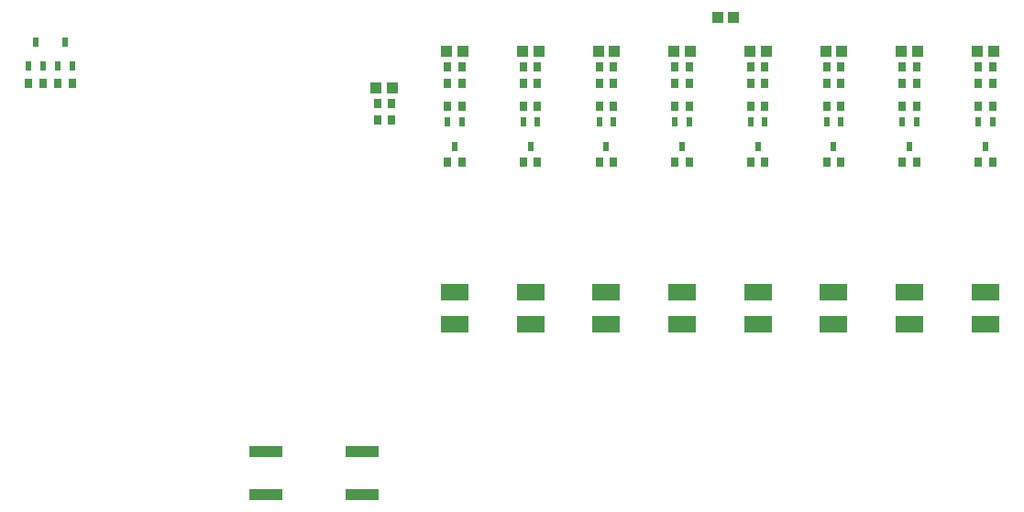
<source format=gtp>
G04*
G04 #@! TF.GenerationSoftware,Altium Limited,Altium Designer,22.7.1 (60)*
G04*
G04 Layer_Color=8421504*
%FSLAX25Y25*%
%MOIN*%
G70*
G04*
G04 #@! TF.SameCoordinates,B4DE3396-8346-461D-A6ED-AD7C64C63353*
G04*
G04*
G04 #@! TF.FilePolarity,Positive*
G04*
G01*
G75*
%ADD15R,0.03150X0.03740*%
%ADD16R,0.10236X0.05906*%
%ADD17R,0.04134X0.03937*%
%ADD18R,0.01968X0.03543*%
%ADD19R,0.12205X0.03937*%
D15*
X443504Y414961D02*
D03*
X438386D02*
D03*
X526181Y400787D02*
D03*
X521063D02*
D03*
X471063D02*
D03*
X465945D02*
D03*
X443504D02*
D03*
X438386D02*
D03*
X443504Y409055D02*
D03*
X438386D02*
D03*
X443504Y380315D02*
D03*
X438386D02*
D03*
X471063D02*
D03*
X465945D02*
D03*
X471063Y409055D02*
D03*
X465945D02*
D03*
X471063Y414961D02*
D03*
X465945D02*
D03*
X553740D02*
D03*
X548622D02*
D03*
X498622Y400787D02*
D03*
X493504D02*
D03*
X553740D02*
D03*
X548622D02*
D03*
X553740Y380315D02*
D03*
X548622D02*
D03*
X553740Y409055D02*
D03*
X548622D02*
D03*
X498622Y414961D02*
D03*
X493504D02*
D03*
X526181Y380315D02*
D03*
X521063D02*
D03*
X526181Y409055D02*
D03*
X521063D02*
D03*
X498622Y380315D02*
D03*
X493504D02*
D03*
X498622Y409055D02*
D03*
X493504D02*
D03*
X335236Y401575D02*
D03*
X330118D02*
D03*
X213976Y409055D02*
D03*
X219094D02*
D03*
X203346D02*
D03*
X208465D02*
D03*
X335236Y395669D02*
D03*
X330118D02*
D03*
X526181Y414961D02*
D03*
X521063D02*
D03*
X415945Y400787D02*
D03*
X410827D02*
D03*
X360827D02*
D03*
X355709D02*
D03*
X415945Y409055D02*
D03*
X410827D02*
D03*
X415945Y380315D02*
D03*
X410827D02*
D03*
X388386Y409055D02*
D03*
X383268D02*
D03*
X388386Y414961D02*
D03*
X383268D02*
D03*
X415945D02*
D03*
X410827D02*
D03*
X360827Y380315D02*
D03*
X355709D02*
D03*
X360827Y409055D02*
D03*
X355709D02*
D03*
X360827Y414961D02*
D03*
X355709D02*
D03*
X388386Y400787D02*
D03*
X383268D02*
D03*
X388386Y380315D02*
D03*
X383268D02*
D03*
D16*
X440945Y321260D02*
D03*
Y333071D02*
D03*
X468504Y321260D02*
D03*
Y333071D02*
D03*
X496063Y321260D02*
D03*
Y333071D02*
D03*
X551181Y321260D02*
D03*
Y333071D02*
D03*
X523622Y321260D02*
D03*
Y333071D02*
D03*
X358268Y321260D02*
D03*
Y333071D02*
D03*
X413386Y321260D02*
D03*
Y333071D02*
D03*
X385827Y321260D02*
D03*
Y333071D02*
D03*
D17*
X335630Y407480D02*
D03*
X329724D02*
D03*
X443898Y420866D02*
D03*
X437992D02*
D03*
X471457D02*
D03*
X465551D02*
D03*
X554134D02*
D03*
X548228D02*
D03*
X361221D02*
D03*
X355315D02*
D03*
X499016D02*
D03*
X493110D02*
D03*
X459646Y433071D02*
D03*
X453740D02*
D03*
X526575Y420866D02*
D03*
X520669D02*
D03*
X416339D02*
D03*
X410433D02*
D03*
X388779D02*
D03*
X382874D02*
D03*
D18*
X553740Y394980D02*
D03*
X548622D02*
D03*
X551181Y386122D02*
D03*
X471063Y394980D02*
D03*
X465945D02*
D03*
X468504Y386122D02*
D03*
X443504Y394980D02*
D03*
X438386D02*
D03*
X440945Y386122D02*
D03*
X360827Y394980D02*
D03*
X355709D02*
D03*
X358268Y386122D02*
D03*
X526181Y394980D02*
D03*
X521063D02*
D03*
X523622Y386122D02*
D03*
X498622Y394980D02*
D03*
X493504D02*
D03*
X496063Y386122D02*
D03*
X213976Y415256D02*
D03*
X219094D02*
D03*
X216535Y424114D02*
D03*
X203346Y415256D02*
D03*
X208465D02*
D03*
X205906Y424114D02*
D03*
X415945Y394980D02*
D03*
X410827D02*
D03*
X413386Y386122D02*
D03*
X388386Y394980D02*
D03*
X383268D02*
D03*
X385827Y386122D02*
D03*
D19*
X289567Y259449D02*
D03*
Y275197D02*
D03*
X324606Y259449D02*
D03*
Y275197D02*
D03*
M02*

</source>
